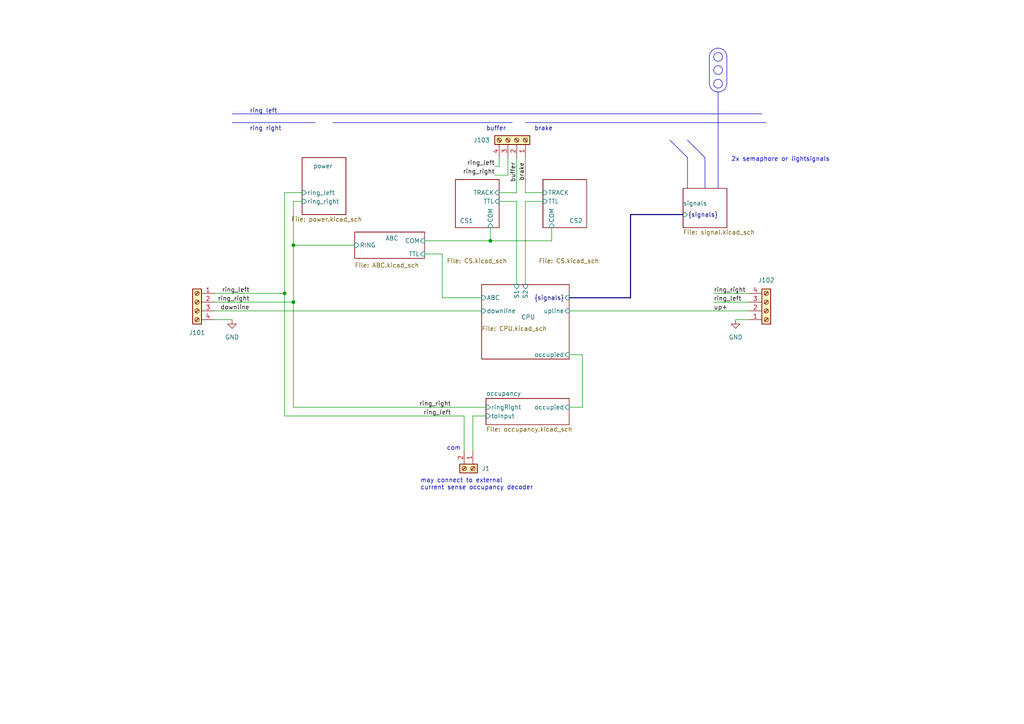
<source format=kicad_sch>
(kicad_sch (version 20230121) (generator eeschema)
  (paper "A4")
  (lib_symbols
    (symbol "Connector:Screw_Terminal_01x02" (pin_names (offset 1.016) hide)
      (property "Reference" "J" (at 0 2.54 0))
      (property "Value" "Screw_Terminal_01x02" (at 0 -5.08 0))
      (symbol "Screw_Terminal_01x02_1_1"
        (rectangle (start -1.27 1.27) (end 1.27 -3.81) (stroke (width 0.254)) (fill (type background)))
        (circle (center 0 -2.54) (radius 0.635) (stroke (width 0.1524)))
        (polyline (pts (xy -0.5334 -2.2098) (xy 0.3302 -3.048)) (stroke (width 0.1524)))
        (polyline (pts (xy -0.5334 0.3302) (xy 0.3302 -0.508)) (stroke (width 0.1524)))
        (polyline (pts (xy -0.3556 -2.032) (xy 0.508 -2.8702)) (stroke (width 0.1524)))
        (polyline (pts (xy -0.3556 0.508) (xy 0.508 -0.3302)) (stroke (width 0.1524)))
        (circle (center 0 0) (radius 0.635) (stroke (width 0.1524)))
        (pin passive line (at -5.08 0 0) (length 3.81) (name "Pin_1") (number "1"))
        (pin passive line (at -5.08 -2.54 0) (length 3.81) (name "Pin_2") (number "2"))
      )
    )
    (symbol "Connector:Screw_Terminal_01x04" (pin_names (offset 1.016) hide)
      (property "Reference" "J" (at 0 5.08 0))
      (property "Value" "Screw_Terminal_01x04" (at 0 -7.62 0))
      (symbol "Screw_Terminal_01x04_1_1"
        (rectangle (start -1.27 3.81) (end 1.27 -6.35) (stroke (width 0.254)) (fill (type background)))
        (circle (center 0 -5.08) (radius 0.635) (stroke (width 0.1524)))
        (circle (center 0 -2.54) (radius 0.635) (stroke (width 0.1524)))
        (polyline (pts (xy -0.5334 -4.7498) (xy 0.3302 -5.588)) (stroke (width 0.1524)))
        (polyline (pts (xy -0.5334 -2.2098) (xy 0.3302 -3.048)) (stroke (width 0.1524)))
        (polyline (pts (xy -0.5334 0.3302) (xy 0.3302 -0.508)) (stroke (width 0.1524)))
        (polyline (pts (xy -0.5334 2.8702) (xy 0.3302 2.032)) (stroke (width 0.1524)))
        (polyline (pts (xy -0.3556 -4.572) (xy 0.508 -5.4102)) (stroke (width 0.1524)))
        (polyline (pts (xy -0.3556 -2.032) (xy 0.508 -2.8702)) (stroke (width 0.1524)))
        (polyline (pts (xy -0.3556 0.508) (xy 0.508 -0.3302)) (stroke (width 0.1524)))
        (polyline (pts (xy -0.3556 3.048) (xy 0.508 2.2098)) (stroke (width 0.1524)))
        (circle (center 0 0) (radius 0.635) (stroke (width 0.1524)))
        (circle (center 0 2.54) (radius 0.635) (stroke (width 0.1524)))
        (pin passive line (at -5.08 2.54 0) (length 3.81) (name "Pin_1") (number "1"))
        (pin passive line (at -5.08 0 0) (length 3.81) (name "Pin_2") (number "2"))
        (pin passive line (at -5.08 -2.54 0) (length 3.81) (name "Pin_3") (number "3"))
        (pin passive line (at -5.08 -5.08 0) (length 3.81) (name "Pin_4") (number "4"))
      )
    )
    (symbol "power:GND" (power) (pin_names (offset 0))
      (property "Value" "GND" (at 0 -3.81 0))
      (symbol "GND_0_1"
        (polyline (pts (xy 0 0) (xy 0 -1.27) (xy 1.27 -1.27) (xy 0 -2.54) (xy -1.27 -1.27) (xy 0 -1.27)))
      )
      (symbol "GND_1_1"
        (pin power_in line (at 0 0 270) (length 0) hide (name "GND") (number "1"))
      )
    )
  )
  (junction (at 142.24 69.85))
  (junction (at 85.09 71.12))
  (junction (at 85.09 87.63))
  (junction (at 82.55 85.09))
  (wire (pts (xy 87.63 58.42) (xy 85.09 58.42)))
  (wire (pts (xy 85.09 58.42) (xy 85.09 71.12)))
  (polyline (pts (xy 96.52 35.56) (xy 148.59 35.56)))
  (wire (pts (xy 213.36 92.71) (xy 217.17 92.71)))
  (wire (pts (xy 85.09 71.12) (xy 102.87 71.12)))
  (wire (pts (xy 82.55 85.09) (xy 82.55 120.65)))
  (wire (pts (xy 143.51 50.8) (xy 147.32 50.8)))
  (wire (pts (xy 62.23 92.71) (xy 67.31 92.71)))
  (wire (pts (xy 82.55 85.09) (xy 62.23 85.09)))
  (polyline (pts (xy 199.39 45.72) (xy 199.39 54.61)))
  (polyline (pts (xy 152.4 35.56) (xy 222.25 35.56)))
  (wire (pts (xy 140.97 118.11) (xy 85.09 118.11)))
  (wire (pts (xy 82.55 55.88) (xy 82.55 85.09)))
  (wire (pts (xy 152.4 55.88) (xy 152.4 45.72)))
  (wire (pts (xy 207.01 85.09) (xy 217.17 85.09)))
  (wire (pts (xy 165.1 90.17) (xy 217.17 90.17)))
  (wire (pts (xy 82.55 55.88) (xy 87.63 55.88)))
  (bus (pts (xy 182.88 86.36) (xy 165.1 86.36)))
  (wire (pts (xy 168.91 118.11) (xy 165.1 118.11)))
  (wire (pts (xy 123.19 69.85) (xy 142.24 69.85)))
  (wire (pts (xy 82.55 120.65) (xy 134.62 120.65)))
  (wire (pts (xy 85.09 87.63) (xy 85.09 71.12)))
  (polyline (pts (xy 199.39 40.64) (xy 204.47 45.72)))
  (wire (pts (xy 160.02 69.85) (xy 142.24 69.85)))
  (wire (pts (xy 134.62 120.65) (xy 134.62 130.81)))
  (wire (pts (xy 144.78 48.26) (xy 144.78 45.72)))
  (wire (pts (xy 168.91 102.87) (xy 168.91 118.11)))
  (wire (pts (xy 137.16 120.65) (xy 137.16 130.81)))
  (wire (pts (xy 143.51 48.26) (xy 144.78 48.26)))
  (wire (pts (xy 152.4 55.88) (xy 157.48 55.88)))
  (wire (pts (xy 128.27 73.66) (xy 123.19 73.66)))
  (wire (pts (xy 144.78 58.42) (xy 149.86 58.42)))
  (wire (pts (xy 62.23 90.17) (xy 139.7 90.17)))
  (bus (pts (xy 182.88 62.23) (xy 182.88 86.36)))
  (wire (pts (xy 144.78 55.88) (xy 149.86 55.88)))
  (polyline (pts (xy 67.31 35.56) (xy 91.44 35.56)))
  (wire (pts (xy 139.7 86.36) (xy 128.27 86.36)))
  (wire (pts (xy 165.1 102.87) (xy 168.91 102.87)))
  (wire (pts (xy 152.4 58.42) (xy 152.4 82.55)))
  (polyline (pts (xy 194.31 40.64) (xy 199.39 45.72)))
  (wire (pts (xy 128.27 86.36) (xy 128.27 73.66)))
  (polyline (pts (xy 208.28 26.67) (xy 208.28 54.61)))
  (polyline (pts (xy 204.47 45.72) (xy 204.47 54.61)))
  (wire (pts (xy 207.01 87.63) (xy 217.17 87.63)))
  (wire (pts (xy 140.97 120.65) (xy 137.16 120.65)))
  (polyline (pts (xy 210.82 16.51) (xy 210.82 24.13)))
  (wire (pts (xy 149.86 55.88) (xy 149.86 45.72)))
  (bus (pts (xy 198.12 62.23) (xy 182.88 62.23)))
  (wire (pts (xy 147.32 50.8) (xy 147.32 45.72)))
  (wire (pts (xy 160.02 66.04) (xy 160.02 69.85)))
  (wire (pts (xy 85.09 118.11) (xy 85.09 87.63)))
  (wire (pts (xy 157.48 58.42) (xy 152.4 58.42)))
  (wire (pts (xy 142.24 69.85) (xy 142.24 66.04)))
  (polyline (pts (xy 67.31 33.02) (xy 220.98 33.02)))
  (wire (pts (xy 62.23 87.63) (xy 85.09 87.63)))
  (wire (pts (xy 149.86 58.42) (xy 149.86 82.55)))
  (polyline (pts (xy 205.74 16.51) (xy 205.74 24.13)))
  (arc (start 210.82 24.13) (mid 210.0761 25.9261) (end 208.28 26.67))
  (arc (start 205.74 16.51) (mid 206.4839 14.7139) (end 208.28 13.97))
  (circle (center 208.28 20.32) (radius 1.27))
  (arc (start 208.28 13.97) (mid 210.0761 14.7139) (end 210.82 16.51))
  (circle (center 208.28 16.51) (radius 1.27))
  (circle (center 208.273 24.2794) (radius 1.27))
  (arc (start 208.28 26.67) (mid 206.4839 25.9261) (end 205.74 24.13))
  (text "ring left\n" (at 72.39 33.02 0) (effects (font (size 1.27 1.27)) (justify left bottom)))
  (text "brake" (at 154.94 38.1 0) (effects (font (size 1.27 1.27)) (justify left bottom)))
  (text "2x semaphore or lightsignals" (at 212.09 46.99 0) (effects (font (size 1.27 1.27)) (justify left bottom)))
  (text "ring right\n" (at 72.39 38.1 0) (effects (font (size 1.27 1.27)) (justify left bottom)))
  (text "com" (at 129.54 130.81 0) (effects (font (size 1.27 1.27)) (justify left bottom)))
  (text "buffer\n" (at 140.97 38.1 0) (effects (font (size 1.27 1.27)) (justify left bottom)))
  (text "may connect to external\ncurrent sense occupancy decoder" (at 121.92 142.24 0) (effects (font (size 1.27 1.27)) (justify left bottom)))
  (label "ring_left" (at 72.39 85.09 180))
  (label "buffer" (at 149.86 46.99 270))
  (label "brake" (at 152.4 46.99 270))
  (label "downline" (at 72.39 90.17 180))
  (label "ring_right" (at 143.51 50.8 180))
  (label "ring_right" (at 72.39 87.63 180))
  (label "ring_right" (at 207.01 85.09 0))
  (label "ring_right" (at 130.81 118.11 180))
  (label "ring_left" (at 143.51 48.26 180))
  (label "ring_left" (at 207.01 87.63 0))
  (label "up+" (at 207.01 90.17 0))
  (label "ring_left" (at 130.81 120.65 180))
  (symbol (lib_id "power:GND") (at 213.36 92.71 0) (unit 1)
    (property "Reference" "#PWR0103" (effects hide))
    (property "Value" "GND" (at 213.36 97.79 0))
  )
  (symbol (lib_id "Connector:Screw_Terminal_01x04") (at 222.25 90.17 0) (mirror x) (unit 1)
    (property "Reference" "J102" (at 222.25 81.28 0))
    (property "Value" "Screw_Terminal_01x04" (effects hide))
    (property "Footprint" "Connector_Phoenix_MC:PhoenixContact_MC_1,5_4-G-3.5_1x04_P3.50mm_Horizontal" (effects hide))
  )
  (symbol (lib_id "Connector:Screw_Terminal_01x04") (at 149.86 40.64 270) (mirror x) (unit 1)
    (property "Reference" "J103" (at 139.7 40.64 90))
    (property "Value" "Screw_Terminal_01x04" (effects hide))
    (property "Footprint" "Connector_Phoenix_MC:PhoenixContact_MC_1,5_4-G-3.5_1x04_P3.50mm_Horizontal" (effects hide))
  )
  (symbol (lib_id "Connector:Screw_Terminal_01x04") (at 57.15 87.63 0) (mirror y) (unit 1)
    (property "Reference" "J101" (at 57.15 96.52 0))
    (property "Value" "Screw_Terminal_01x04" (effects hide))
    (property "Footprint" "Connector_Phoenix_MC:PhoenixContact_MC_1,5_4-G-3.5_1x04_P3.50mm_Horizontal" (effects hide))
  )
  (symbol (lib_id "power:GND") (at 67.31 92.71 0) (unit 1)
    (property "Reference" "#PWR0108" (effects hide))
    (property "Value" "GND" (at 67.31 97.79 0))
  )
  (symbol (lib_id "Connector:Screw_Terminal_01x02") (at 137.16 135.89 270) (unit 1)
    (property "Reference" "J1" (at 139.7 135.89 90) (effects (justify left)))
    (property "Value" "Screw_Terminal_01x02" (effects hide))
    (property "Footprint" "Connector_Phoenix_MC:PhoenixContact_MC_1,5_2-G-3.5_1x02_P3.50mm_Horizontal" (effects hide))
  )
  (sheet (at 157.48 52.07) (size 12.7 13.97) (stroke (width 0.1524))
    (property "Sheetname" "CS2" (at 165.1 64.77 0) (effects (justify left bottom)))
    (property "Sheetfile" "CS.kicad_sch" (at 156.21 74.93 0) (effects (justify left top)))
    (pin "TTL" input (at 157.48 58.42 180))
    (pin "TRACK" input (at 157.48 55.88 180))
    (pin "COM" input (at 160.02 66.04 270))
  )
  (sheet (at 198.12 54.61) (size 12.7 11.43) (stroke (width 0.1524))
    (property "Sheetname" "signals" (at 198.12 59.69 0) (effects (justify left bottom)))
    (property "Sheetfile" "signal.kicad_sch" (at 198.12 66.6246 0) (effects (justify left top)))
    (pin "{signals}" input (at 198.12 62.23 180))
  )
  (sheet (at 140.97 115.57) (size 24.13 7.62) (stroke (width 0.1524))
    (property "Sheetname" "occupancy" (at 140.97 114.8584 0) (effects (justify left bottom)))
    (property "Sheetfile" "occupancy.kicad_sch" (at 140.97 123.7746 0) (effects (justify left top)))
    (pin "ringRight" input (at 140.97 118.11 180))
    (pin "occupied" input (at 165.1 118.11 0))
    (pin "toInput" input (at 140.97 120.65 180))
  )
  (sheet (at 139.7 82.55) (size 25.4 21.59) (stroke (width 0.1524))
    (property "Sheetname" "CPU" (at 151.13 92.71 0) (effects (justify left bottom)))
    (property "Sheetfile" "CPU.kicad_sch" (at 139.7 94.5646 0) (effects (justify left top)))
    (pin "S1" input (at 149.86 82.55 90))
    (pin "S2" input (at 152.4 82.55 90))
    (pin "{signals}" input (at 165.1 86.36 0))
    (pin "ABC" input (at 139.7 86.36 180))
    (pin "upline" input (at 165.1 90.17 0))
    (pin "downline" input (at 139.7 90.17 180))
    (pin "occupied" input (at 165.1 102.87 0))
  )
  (sheet (at 132.08 52.07) (size 12.7 13.97) (stroke (width 0.1524))
    (property "Sheetname" "CS1" (at 133.35 64.77 0) (effects (justify left bottom)))
    (property "Sheetfile" "CS.kicad_sch" (at 129.54 74.93 0) (effects (justify left top)))
    (pin "TTL" input (at 144.78 58.42 0))
    (pin "TRACK" input (at 144.78 55.88 0))
    (pin "COM" input (at 142.24 66.04 270))
  )
  (sheet (at 87.63 45.72) (size 12.7 16.51) (stroke (width 0.1524))
    (property "Sheetname" "power" (at 90.805 48.895 0) (effects (justify left bottom)))
    (property "Sheetfile" "power.kicad_sch" (at 84.455 62.865 0) (effects (justify left top)))
    (pin "ring_left" input (at 87.63 55.88 180))
    (pin "ring_right" input (at 87.63 58.42 180))
  )
  (sheet (at 102.87 67.31) (size 20.32 7.62) (stroke (width 0.1524))
    (property "Sheetname" "ABC" (at 111.76 69.85 0) (effects (justify left bottom)))
    (property "Sheetfile" "ABC.kicad_sch" (at 102.87 76.2 0) (effects (justify left top)))
    (pin "RING" input (at 102.87 71.12 180))
    (pin "COM" input (at 123.19 69.85 0))
    (pin "TTL" input (at 123.19 73.66 0))
  )
)
</source>
